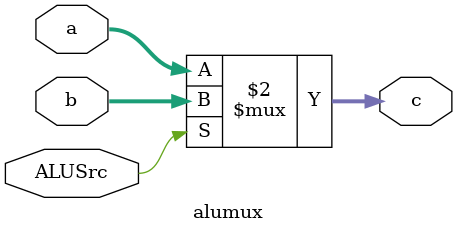
<source format=v>
module alumux(a , b , c , ALUSrc);
    input [31:0] a, b;
    input ALUSrc;

    output [31:0] c;

    assign c = (ALUSrc == 1'b0) ? a : b;
endmodule
</source>
